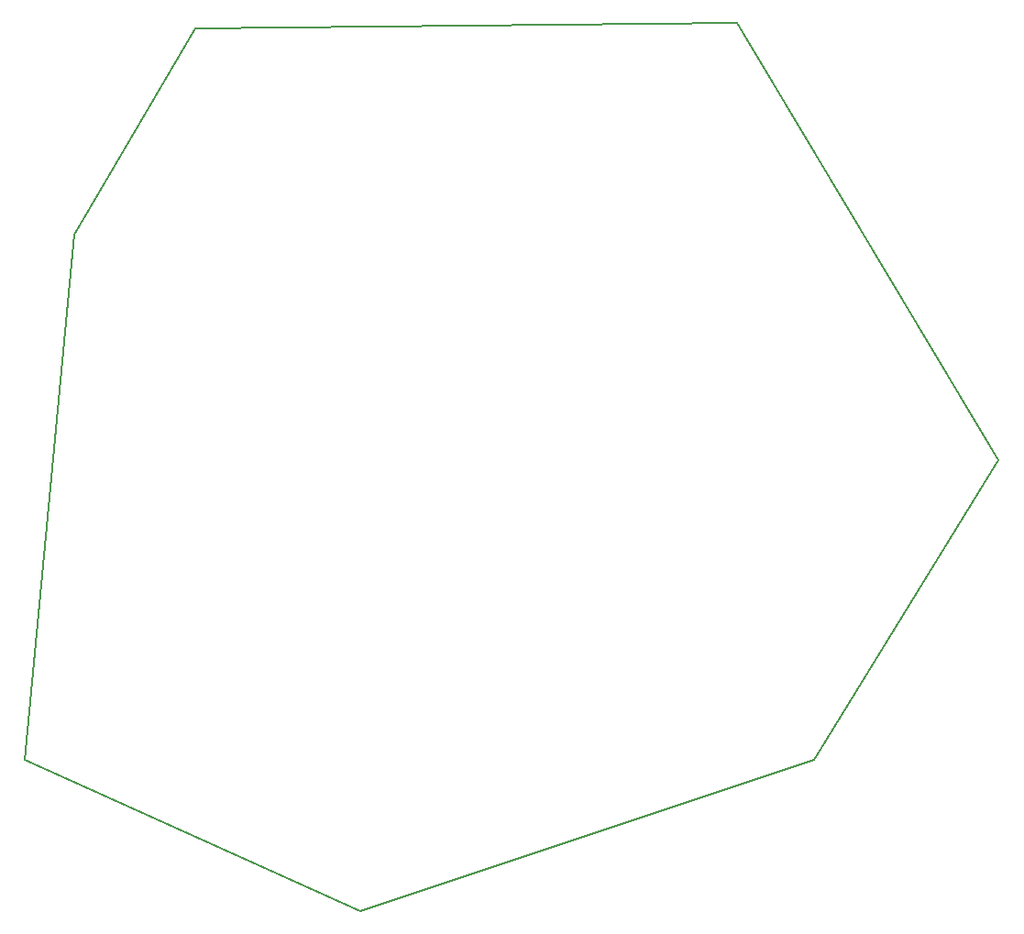
<source format=gbr>
G04 #@! TF.GenerationSoftware,KiCad,Pcbnew,(5.1.0)-1*
G04 #@! TF.CreationDate,2019-10-01T21:52:19-05:00*
G04 #@! TF.ProjectId,supercon-2019-blink,73757065-7263-46f6-9e2d-323031392d62,v01*
G04 #@! TF.SameCoordinates,Original*
G04 #@! TF.FileFunction,Other,User*
%FSLAX46Y46*%
G04 Gerber Fmt 4.6, Leading zero omitted, Abs format (unit mm)*
G04 Created by KiCad (PCBNEW (5.1.0)-1) date 2019-10-01 21:52:19*
%MOMM*%
%LPD*%
G04 APERTURE LIST*
%ADD10C,0.150000*%
G04 APERTURE END LIST*
D10*
X126238000Y-77470000D02*
X137414000Y-58420000D01*
X121666000Y-125984000D02*
X126238000Y-77470000D01*
X152654000Y-139954000D02*
X121666000Y-125984000D01*
X194564000Y-125984000D02*
X152654000Y-139954000D01*
X211582000Y-98298000D02*
X194564000Y-125984000D01*
X187452000Y-57912000D02*
X211582000Y-98298000D01*
X137414000Y-58420000D02*
X187452000Y-57912000D01*
M02*

</source>
